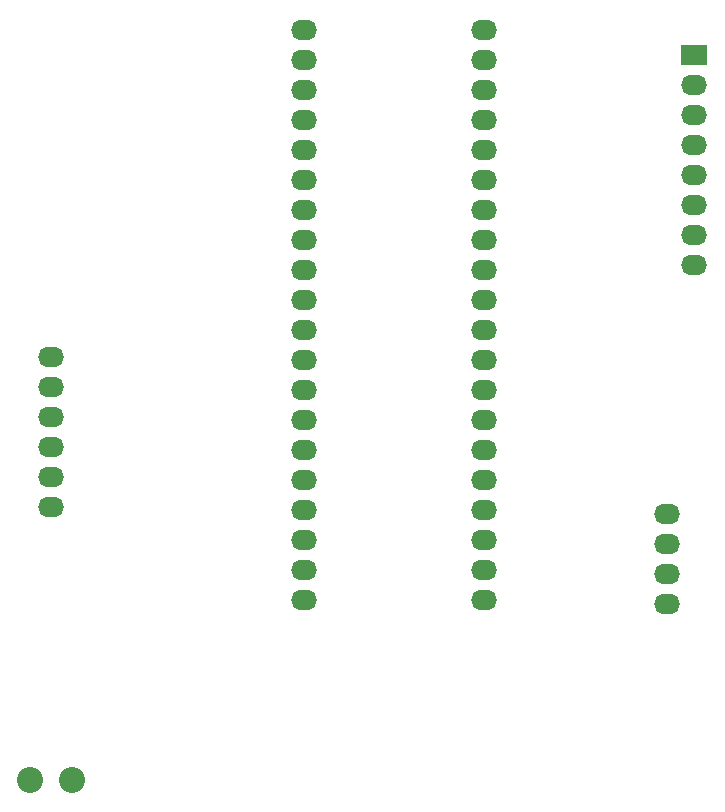
<source format=gts>
G04*
G04 #@! TF.GenerationSoftware,Altium Limited,Altium Designer,23.9.2 (47)*
G04*
G04 Layer_Color=8388736*
%FSLAX44Y44*%
%MOMM*%
G71*
G04*
G04 #@! TF.SameCoordinates,0D2C48F4-CCEE-4C21-8A82-5B4AAA62CE95*
G04*
G04*
G04 #@! TF.FilePolarity,Negative*
G04*
G01*
G75*
%ADD12O,2.2032X1.7272*%
%ADD13O,2.2032X1.7272*%
%ADD14R,2.2032X1.7272*%
%ADD15C,2.2032*%
D12*
X1280160Y579120D02*
D03*
Y553720D02*
D03*
Y629920D02*
D03*
Y604520D02*
D03*
X758190Y763270D02*
D03*
Y636270D02*
D03*
Y687070D02*
D03*
Y661670D02*
D03*
Y737870D02*
D03*
Y712470D02*
D03*
D13*
X1125220Y659130D02*
D03*
Y633730D02*
D03*
Y608330D02*
D03*
Y582930D02*
D03*
Y1040130D02*
D03*
Y1014730D02*
D03*
Y963930D02*
D03*
Y938530D02*
D03*
Y913130D02*
D03*
Y887730D02*
D03*
Y862330D02*
D03*
Y836930D02*
D03*
Y684530D02*
D03*
Y709930D02*
D03*
Y735330D02*
D03*
Y760730D02*
D03*
Y786130D02*
D03*
Y811530D02*
D03*
X972820Y659130D02*
D03*
Y633730D02*
D03*
Y582930D02*
D03*
Y1040130D02*
D03*
Y1014730D02*
D03*
Y989330D02*
D03*
Y963930D02*
D03*
Y938530D02*
D03*
Y913130D02*
D03*
Y887730D02*
D03*
Y862330D02*
D03*
Y836930D02*
D03*
Y684530D02*
D03*
Y709930D02*
D03*
Y735330D02*
D03*
Y760730D02*
D03*
Y786130D02*
D03*
Y811530D02*
D03*
X1125220Y989330D02*
D03*
X972820Y557530D02*
D03*
Y608330D02*
D03*
X1125220Y557530D02*
D03*
X1303020Y840740D02*
D03*
Y866140D02*
D03*
Y993140D02*
D03*
Y891540D02*
D03*
Y967740D02*
D03*
Y916940D02*
D03*
Y942340D02*
D03*
D14*
Y1018540D02*
D03*
D15*
X775690Y405130D02*
D03*
X740690D02*
D03*
M02*

</source>
